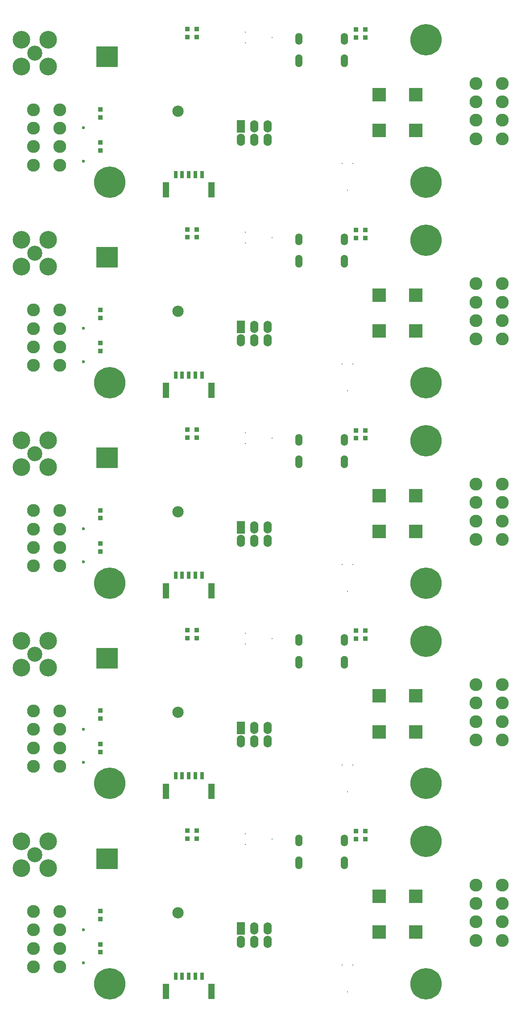
<source format=gbs>
G04*
G04 #@! TF.GenerationSoftware,Altium Limited,Altium Designer,22.1.2 (22)*
G04*
G04 Layer_Color=16711935*
%FSLAX44Y44*%
%MOMM*%
G71*
G04*
G04 #@! TF.SameCoordinates,9A175420-6E9C-451E-8E29-60AB4C3F01C6*
G04*
G04*
G04 #@! TF.FilePolarity,Negative*
G04*
G01*
G75*
%ADD151C,0.1500*%
%ADD152C,0.2500*%
%ADD153C,2.4500*%
%ADD154O,1.3500X2.2500*%
%ADD155O,1.3500X2.4500*%
%ADD156O,1.5500X2.3500*%
%ADD157R,1.5500X2.3500*%
%ADD158C,2.1500*%
%ADD159C,3.3500*%
%ADD160C,2.8500*%
%ADD161C,5.9500*%
%ADD162C,0.6000*%
%ADD163R,4.0250X4.0000*%
%ADD164R,0.9500X0.9500*%
%ADD165R,2.6500X2.6500*%
%ADD166R,0.7500X1.4000*%
%ADD167R,1.1500X2.8500*%
D151*
X762500Y92500D02*
D03*
X623600Y314950D02*
D03*
X681400D02*
D03*
X762500Y472500D02*
D03*
X623600Y694950D02*
D03*
X681400D02*
D03*
X762500Y852500D02*
D03*
X623600Y1074950D02*
D03*
X681400D02*
D03*
X762500Y1232500D02*
D03*
X623600Y1454950D02*
D03*
X681400D02*
D03*
X762500Y1612500D02*
D03*
X623600Y1834950D02*
D03*
X681400D02*
D03*
D152*
X701150Y64600D02*
D03*
X690990Y115400D02*
D03*
X711310D02*
D03*
X507600Y364810D02*
D03*
Y344490D02*
D03*
X558400Y354650D02*
D03*
X701150Y444600D02*
D03*
X690990Y495400D02*
D03*
X711310D02*
D03*
X507600Y744810D02*
D03*
Y724490D02*
D03*
X558400Y734650D02*
D03*
X701150Y824600D02*
D03*
X690990Y875400D02*
D03*
X711310D02*
D03*
X507600Y1124810D02*
D03*
Y1104490D02*
D03*
X558400Y1114650D02*
D03*
X701150Y1204600D02*
D03*
X690990Y1255400D02*
D03*
X711310D02*
D03*
X507600Y1504810D02*
D03*
Y1484490D02*
D03*
X558400Y1494650D02*
D03*
X701150Y1584600D02*
D03*
X690990Y1635400D02*
D03*
X711310D02*
D03*
X507600Y1884810D02*
D03*
Y1864490D02*
D03*
X558400Y1874650D02*
D03*
D153*
X155000Y217500D02*
D03*
X105000D02*
D03*
X155000Y182500D02*
D03*
X105000D02*
D03*
X155000Y147500D02*
D03*
X105000D02*
D03*
X155000Y112500D02*
D03*
X105000D02*
D03*
X995000Y267500D02*
D03*
X945000D02*
D03*
X995000Y232500D02*
D03*
X945000D02*
D03*
X995000Y197500D02*
D03*
X945000D02*
D03*
X995000Y162500D02*
D03*
X945000D02*
D03*
X155000Y597500D02*
D03*
X105000D02*
D03*
X155000Y562500D02*
D03*
X105000D02*
D03*
X155000Y527500D02*
D03*
X105000D02*
D03*
X155000Y492500D02*
D03*
X105000D02*
D03*
X995000Y647500D02*
D03*
X945000D02*
D03*
X995000Y612500D02*
D03*
X945000D02*
D03*
X995000Y577500D02*
D03*
X945000D02*
D03*
X995000Y542500D02*
D03*
X945000D02*
D03*
X155000Y977500D02*
D03*
X105000D02*
D03*
X155000Y942500D02*
D03*
X105000D02*
D03*
X155000Y907500D02*
D03*
X105000D02*
D03*
X155000Y872500D02*
D03*
X105000D02*
D03*
X995000Y1027500D02*
D03*
X945000D02*
D03*
X995000Y992500D02*
D03*
X945000D02*
D03*
X995000Y957500D02*
D03*
X945000D02*
D03*
X995000Y922500D02*
D03*
X945000D02*
D03*
X155000Y1357500D02*
D03*
X105000D02*
D03*
X155000Y1322500D02*
D03*
X105000D02*
D03*
X155000Y1287500D02*
D03*
X105000D02*
D03*
X155000Y1252500D02*
D03*
X105000D02*
D03*
X995000Y1407500D02*
D03*
X945000D02*
D03*
X995000Y1372500D02*
D03*
X945000D02*
D03*
X995000Y1337500D02*
D03*
X945000D02*
D03*
X995000Y1302500D02*
D03*
X945000D02*
D03*
X155000Y1737500D02*
D03*
X105000D02*
D03*
X155000Y1702500D02*
D03*
X105000D02*
D03*
X155000Y1667500D02*
D03*
X105000D02*
D03*
X155000Y1632500D02*
D03*
X105000D02*
D03*
X995000Y1787500D02*
D03*
X945000D02*
D03*
X995000Y1752500D02*
D03*
X945000D02*
D03*
X995000Y1717500D02*
D03*
X945000D02*
D03*
X995000Y1682500D02*
D03*
X945000D02*
D03*
D154*
X695700Y351750D02*
D03*
X609300D02*
D03*
X695700Y731750D02*
D03*
X609300D02*
D03*
X695700Y1111750D02*
D03*
X609300D02*
D03*
X695700Y1491750D02*
D03*
X609300D02*
D03*
X695700Y1871750D02*
D03*
X609300D02*
D03*
D155*
X695700Y309950D02*
D03*
X609300D02*
D03*
X695700Y689950D02*
D03*
X609300D02*
D03*
X695700Y1069950D02*
D03*
X609300D02*
D03*
X695700Y1449950D02*
D03*
X609300D02*
D03*
X695700Y1829950D02*
D03*
X609300D02*
D03*
D156*
X549400Y185400D02*
D03*
X524000D02*
D03*
X498600Y160000D02*
D03*
X524000D02*
D03*
X549400D02*
D03*
Y565400D02*
D03*
X524000D02*
D03*
X498600Y540000D02*
D03*
X524000D02*
D03*
X549400D02*
D03*
Y945400D02*
D03*
X524000D02*
D03*
X498600Y920000D02*
D03*
X524000D02*
D03*
X549400D02*
D03*
Y1325400D02*
D03*
X524000D02*
D03*
X498600Y1300000D02*
D03*
X524000D02*
D03*
X549400D02*
D03*
Y1705400D02*
D03*
X524000D02*
D03*
X498600Y1680000D02*
D03*
X524000D02*
D03*
X549400D02*
D03*
D157*
X498600Y185400D02*
D03*
Y565400D02*
D03*
Y945400D02*
D03*
Y1325400D02*
D03*
Y1705400D02*
D03*
D158*
X380000Y215000D02*
D03*
Y595000D02*
D03*
Y975000D02*
D03*
Y1355000D02*
D03*
Y1735000D02*
D03*
D159*
X132900Y299600D02*
D03*
Y350400D02*
D03*
X82100D02*
D03*
Y299600D02*
D03*
X132900Y679600D02*
D03*
Y730400D02*
D03*
X82100D02*
D03*
Y679600D02*
D03*
X132900Y1059600D02*
D03*
Y1110400D02*
D03*
X82100D02*
D03*
Y1059600D02*
D03*
X132900Y1439600D02*
D03*
Y1490400D02*
D03*
X82100D02*
D03*
Y1439600D02*
D03*
X132900Y1819600D02*
D03*
Y1870400D02*
D03*
X82100D02*
D03*
Y1819600D02*
D03*
D160*
X107500Y325000D02*
D03*
Y705000D02*
D03*
Y1085000D02*
D03*
Y1465000D02*
D03*
Y1845000D02*
D03*
D161*
X250000Y80000D02*
D03*
X850000Y350000D02*
D03*
Y80000D02*
D03*
X250000Y460000D02*
D03*
X850000Y730000D02*
D03*
Y460000D02*
D03*
X250000Y840000D02*
D03*
X850000Y1110000D02*
D03*
Y840000D02*
D03*
X250000Y1220000D02*
D03*
X850000Y1490000D02*
D03*
Y1220000D02*
D03*
X250000Y1600000D02*
D03*
X850000Y1870000D02*
D03*
Y1600000D02*
D03*
D162*
X200120Y120000D02*
D03*
X200000Y183000D02*
D03*
X200120Y500000D02*
D03*
X200000Y563000D02*
D03*
X200120Y880000D02*
D03*
X200000Y943000D02*
D03*
X200120Y1260000D02*
D03*
X200000Y1323000D02*
D03*
X200120Y1640000D02*
D03*
X200000Y1703000D02*
D03*
D163*
X244875Y317500D02*
D03*
Y697500D02*
D03*
Y1077500D02*
D03*
Y1457500D02*
D03*
Y1837500D02*
D03*
D164*
X735000Y369500D02*
D03*
Y354500D02*
D03*
X717500Y369500D02*
D03*
Y354500D02*
D03*
X397500Y355500D02*
D03*
Y370500D02*
D03*
X415000Y355500D02*
D03*
Y370500D02*
D03*
X232500Y218000D02*
D03*
Y203000D02*
D03*
Y155000D02*
D03*
Y140000D02*
D03*
X735000Y749500D02*
D03*
Y734500D02*
D03*
X717500Y749500D02*
D03*
Y734500D02*
D03*
X397500Y735500D02*
D03*
Y750500D02*
D03*
X415000Y735500D02*
D03*
Y750500D02*
D03*
X232500Y598000D02*
D03*
Y583000D02*
D03*
Y535000D02*
D03*
Y520000D02*
D03*
X735000Y1129500D02*
D03*
Y1114500D02*
D03*
X717500Y1129500D02*
D03*
Y1114500D02*
D03*
X397500Y1115500D02*
D03*
Y1130500D02*
D03*
X415000Y1115500D02*
D03*
Y1130500D02*
D03*
X232500Y978000D02*
D03*
Y963000D02*
D03*
Y915000D02*
D03*
Y900000D02*
D03*
X735000Y1509500D02*
D03*
Y1494500D02*
D03*
X717500Y1509500D02*
D03*
Y1494500D02*
D03*
X397500Y1495500D02*
D03*
Y1510500D02*
D03*
X415000Y1495500D02*
D03*
Y1510500D02*
D03*
X232500Y1358000D02*
D03*
Y1343000D02*
D03*
Y1295000D02*
D03*
Y1280000D02*
D03*
X735000Y1889500D02*
D03*
Y1874500D02*
D03*
X717500Y1889500D02*
D03*
Y1874500D02*
D03*
X397500Y1875500D02*
D03*
Y1890500D02*
D03*
X415000Y1875500D02*
D03*
Y1890500D02*
D03*
X232500Y1738000D02*
D03*
Y1723000D02*
D03*
Y1675000D02*
D03*
Y1660000D02*
D03*
D165*
X830500Y246000D02*
D03*
X761500D02*
D03*
X830500Y178000D02*
D03*
X761500D02*
D03*
X830500Y626000D02*
D03*
X761500D02*
D03*
X830500Y558000D02*
D03*
X761500D02*
D03*
X830500Y1006000D02*
D03*
X761500D02*
D03*
X830500Y938000D02*
D03*
X761500D02*
D03*
X830500Y1386000D02*
D03*
X761500D02*
D03*
X830500Y1318000D02*
D03*
X761500D02*
D03*
X830500Y1766000D02*
D03*
X761500D02*
D03*
X830500Y1698000D02*
D03*
X761500D02*
D03*
D166*
X425000Y94500D02*
D03*
X412500D02*
D03*
X400000D02*
D03*
X387500D02*
D03*
X375000D02*
D03*
X425000Y474500D02*
D03*
X412500D02*
D03*
X400000D02*
D03*
X387500D02*
D03*
X375000D02*
D03*
X425000Y854500D02*
D03*
X412500D02*
D03*
X400000D02*
D03*
X387500D02*
D03*
X375000D02*
D03*
X425000Y1234500D02*
D03*
X412500D02*
D03*
X400000D02*
D03*
X387500D02*
D03*
X375000D02*
D03*
X425000Y1614500D02*
D03*
X412500D02*
D03*
X400000D02*
D03*
X387500D02*
D03*
X375000D02*
D03*
D167*
X443500Y65500D02*
D03*
X356500D02*
D03*
X443500Y445500D02*
D03*
X356500D02*
D03*
X443500Y825500D02*
D03*
X356500D02*
D03*
X443500Y1205500D02*
D03*
X356500D02*
D03*
X443500Y1585500D02*
D03*
X356500D02*
D03*
M02*

</source>
